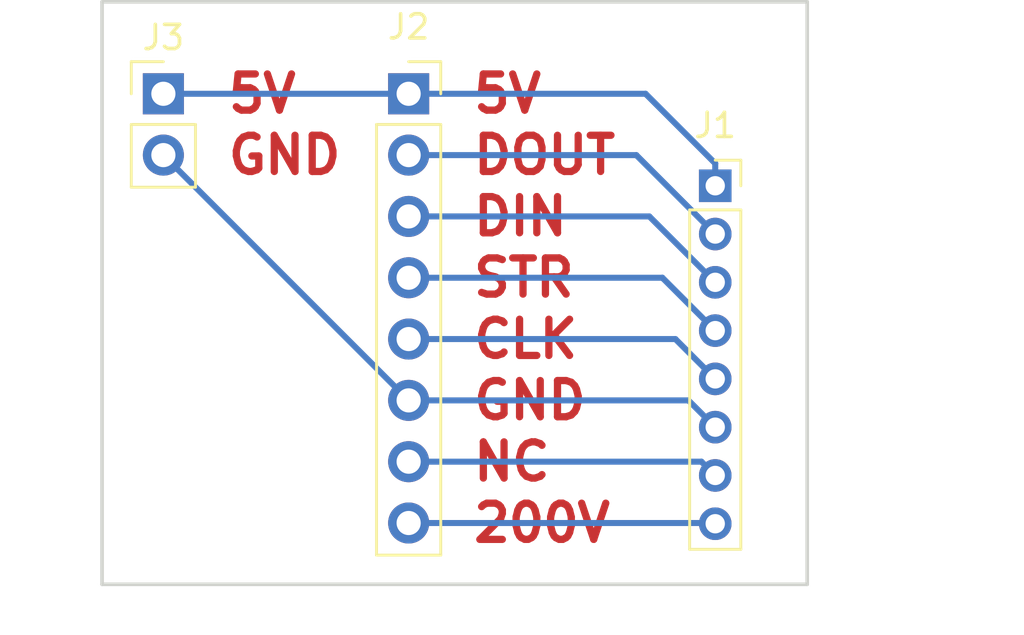
<source format=kicad_pcb>
(kicad_pcb (version 20171130) (host pcbnew "(5.0.0)")

  (general
    (thickness 1.6)
    (drawings 14)
    (tracks 19)
    (zones 0)
    (modules 3)
    (nets 9)
  )

  (page A4)
  (title_block
    (title "8 pin adapter")
    (date 2018-07-31)
    (rev 1.0)
    (comment 1 "1,27mm to 2,54mm")
  )

  (layers
    (0 F.Cu signal)
    (31 B.Cu signal)
    (32 B.Adhes user)
    (33 F.Adhes user)
    (34 B.Paste user)
    (35 F.Paste user)
    (36 B.SilkS user)
    (37 F.SilkS user)
    (38 B.Mask user)
    (39 F.Mask user)
    (40 Dwgs.User user)
    (41 Cmts.User user)
    (42 Eco1.User user)
    (43 Eco2.User user)
    (44 Edge.Cuts user)
    (45 Margin user)
    (46 B.CrtYd user)
    (47 F.CrtYd user)
    (48 B.Fab user)
    (49 F.Fab user)
  )

  (setup
    (last_trace_width 0.25)
    (trace_clearance 0.2)
    (zone_clearance 0.508)
    (zone_45_only no)
    (trace_min 0.2)
    (segment_width 0.2)
    (edge_width 0.15)
    (via_size 0.8)
    (via_drill 0.4)
    (via_min_size 0.4)
    (via_min_drill 0.3)
    (uvia_size 0.3)
    (uvia_drill 0.1)
    (uvias_allowed no)
    (uvia_min_size 0.2)
    (uvia_min_drill 0.1)
    (pcb_text_width 0.3)
    (pcb_text_size 1.5 1.5)
    (mod_edge_width 0.15)
    (mod_text_size 1 1)
    (mod_text_width 0.15)
    (pad_size 1.524 1.524)
    (pad_drill 0.762)
    (pad_to_mask_clearance 0.2)
    (aux_axis_origin 0 0)
    (visible_elements 7FFFFFFF)
    (pcbplotparams
      (layerselection 0x010fc_ffffffff)
      (usegerberextensions false)
      (usegerberattributes false)
      (usegerberadvancedattributes false)
      (creategerberjobfile false)
      (excludeedgelayer true)
      (linewidth 0.100000)
      (plotframeref false)
      (viasonmask false)
      (mode 1)
      (useauxorigin false)
      (hpglpennumber 1)
      (hpglpenspeed 20)
      (hpglpendiameter 15.000000)
      (psnegative false)
      (psa4output false)
      (plotreference true)
      (plotvalue true)
      (plotinvisibletext false)
      (padsonsilk false)
      (subtractmaskfromsilk false)
      (outputformat 1)
      (mirror false)
      (drillshape 0)
      (scaleselection 1)
      (outputdirectory "output/"))
  )

  (net 0 "")
  (net 1 /PIN1)
  (net 2 /PIN2)
  (net 3 /PIN3)
  (net 4 /PIN4)
  (net 5 /PIN5)
  (net 6 /PIN6)
  (net 7 /PIN7)
  (net 8 /PIN8)

  (net_class Default "This is the default net class."
    (clearance 0.2)
    (trace_width 0.25)
    (via_dia 0.8)
    (via_drill 0.4)
    (uvia_dia 0.3)
    (uvia_drill 0.1)
    (add_net /PIN1)
    (add_net /PIN2)
    (add_net /PIN3)
    (add_net /PIN4)
    (add_net /PIN5)
    (add_net /PIN6)
    (add_net /PIN7)
    (add_net /PIN8)
  )

  (module Connector_PinSocket_2.54mm:PinSocket_1x08_P2.54mm_Vertical (layer F.Cu) (tedit 5A19A420) (tstamp 5B6D2751)
    (at 135.89 85.09)
    (descr "Through hole straight socket strip, 1x08, 2.54mm pitch, single row (from Kicad 4.0.7), script generated")
    (tags "Through hole socket strip THT 1x08 2.54mm single row")
    (path /5B60C776)
    (fp_text reference J2 (at 0 -2.77) (layer F.SilkS)
      (effects (font (size 1 1) (thickness 0.15)))
    )
    (fp_text value Conn_01x08_Female (at 0 21.59) (layer F.Fab)
      (effects (font (size 1 1) (thickness 0.15)))
    )
    (fp_line (start -1.27 -1.27) (end 0.635 -1.27) (layer F.Fab) (width 0.1))
    (fp_line (start 0.635 -1.27) (end 1.27 -0.635) (layer F.Fab) (width 0.1))
    (fp_line (start 1.27 -0.635) (end 1.27 19.05) (layer F.Fab) (width 0.1))
    (fp_line (start 1.27 19.05) (end -1.27 19.05) (layer F.Fab) (width 0.1))
    (fp_line (start -1.27 19.05) (end -1.27 -1.27) (layer F.Fab) (width 0.1))
    (fp_line (start -1.33 1.27) (end 1.33 1.27) (layer F.SilkS) (width 0.12))
    (fp_line (start -1.33 1.27) (end -1.33 19.11) (layer F.SilkS) (width 0.12))
    (fp_line (start -1.33 19.11) (end 1.33 19.11) (layer F.SilkS) (width 0.12))
    (fp_line (start 1.33 1.27) (end 1.33 19.11) (layer F.SilkS) (width 0.12))
    (fp_line (start 1.33 -1.33) (end 1.33 0) (layer F.SilkS) (width 0.12))
    (fp_line (start 0 -1.33) (end 1.33 -1.33) (layer F.SilkS) (width 0.12))
    (fp_line (start -1.8 -1.8) (end 1.75 -1.8) (layer F.CrtYd) (width 0.05))
    (fp_line (start 1.75 -1.8) (end 1.75 19.55) (layer F.CrtYd) (width 0.05))
    (fp_line (start 1.75 19.55) (end -1.8 19.55) (layer F.CrtYd) (width 0.05))
    (fp_line (start -1.8 19.55) (end -1.8 -1.8) (layer F.CrtYd) (width 0.05))
    (fp_text user %R (at 0 8.89 90) (layer F.Fab)
      (effects (font (size 1 1) (thickness 0.15)))
    )
    (pad 1 thru_hole rect (at 0 0) (size 1.7 1.7) (drill 1) (layers *.Cu *.Mask)
      (net 1 /PIN1))
    (pad 2 thru_hole oval (at 0 2.54) (size 1.7 1.7) (drill 1) (layers *.Cu *.Mask)
      (net 2 /PIN2))
    (pad 3 thru_hole oval (at 0 5.08) (size 1.7 1.7) (drill 1) (layers *.Cu *.Mask)
      (net 3 /PIN3))
    (pad 4 thru_hole oval (at 0 7.62) (size 1.7 1.7) (drill 1) (layers *.Cu *.Mask)
      (net 4 /PIN4))
    (pad 5 thru_hole oval (at 0 10.16) (size 1.7 1.7) (drill 1) (layers *.Cu *.Mask)
      (net 5 /PIN5))
    (pad 6 thru_hole oval (at 0 12.7) (size 1.7 1.7) (drill 1) (layers *.Cu *.Mask)
      (net 6 /PIN6))
    (pad 7 thru_hole oval (at 0 15.24) (size 1.7 1.7) (drill 1) (layers *.Cu *.Mask)
      (net 7 /PIN7))
    (pad 8 thru_hole oval (at 0 17.78) (size 1.7 1.7) (drill 1) (layers *.Cu *.Mask)
      (net 8 /PIN8))
    (model ${KISYS3DMOD}/Connector_PinSocket_2.54mm.3dshapes/PinSocket_1x08_P2.54mm_Vertical.wrl
      (at (xyz 0 0 0))
      (scale (xyz 1 1 1))
      (rotate (xyz 0 0 0))
    )
  )

  (module Connector_PinHeader_2.54mm:PinHeader_1x02_P2.54mm_Vertical (layer F.Cu) (tedit 59FED5CC) (tstamp 5B6D3516)
    (at 125.73 85.09)
    (descr "Through hole straight pin header, 1x02, 2.54mm pitch, single row")
    (tags "Through hole pin header THT 1x02 2.54mm single row")
    (path /5B60DE2D)
    (fp_text reference J3 (at 0 -2.33) (layer F.SilkS)
      (effects (font (size 1 1) (thickness 0.15)))
    )
    (fp_text value Conn_01x02_Male (at 0 7.62) (layer F.Fab)
      (effects (font (size 1 1) (thickness 0.15)))
    )
    (fp_line (start -0.635 -1.27) (end 1.27 -1.27) (layer F.Fab) (width 0.1))
    (fp_line (start 1.27 -1.27) (end 1.27 3.81) (layer F.Fab) (width 0.1))
    (fp_line (start 1.27 3.81) (end -1.27 3.81) (layer F.Fab) (width 0.1))
    (fp_line (start -1.27 3.81) (end -1.27 -0.635) (layer F.Fab) (width 0.1))
    (fp_line (start -1.27 -0.635) (end -0.635 -1.27) (layer F.Fab) (width 0.1))
    (fp_line (start -1.33 3.87) (end 1.33 3.87) (layer F.SilkS) (width 0.12))
    (fp_line (start -1.33 1.27) (end -1.33 3.87) (layer F.SilkS) (width 0.12))
    (fp_line (start 1.33 1.27) (end 1.33 3.87) (layer F.SilkS) (width 0.12))
    (fp_line (start -1.33 1.27) (end 1.33 1.27) (layer F.SilkS) (width 0.12))
    (fp_line (start -1.33 0) (end -1.33 -1.33) (layer F.SilkS) (width 0.12))
    (fp_line (start -1.33 -1.33) (end 0 -1.33) (layer F.SilkS) (width 0.12))
    (fp_line (start -1.8 -1.8) (end -1.8 4.35) (layer F.CrtYd) (width 0.05))
    (fp_line (start -1.8 4.35) (end 1.8 4.35) (layer F.CrtYd) (width 0.05))
    (fp_line (start 1.8 4.35) (end 1.8 -1.8) (layer F.CrtYd) (width 0.05))
    (fp_line (start 1.8 -1.8) (end -1.8 -1.8) (layer F.CrtYd) (width 0.05))
    (fp_text user %R (at 0 1.27 90) (layer F.Fab)
      (effects (font (size 1 1) (thickness 0.15)))
    )
    (pad 1 thru_hole rect (at 0 0) (size 1.7 1.7) (drill 1) (layers *.Cu *.Mask)
      (net 1 /PIN1))
    (pad 2 thru_hole oval (at 0 2.54) (size 1.7 1.7) (drill 1) (layers *.Cu *.Mask)
      (net 6 /PIN6))
    (model ${KISYS3DMOD}/Connector_PinHeader_2.54mm.3dshapes/PinHeader_1x02_P2.54mm_Vertical.wrl
      (at (xyz 0 0 0))
      (scale (xyz 1 1 1))
      (rotate (xyz 0 0 0))
    )
  )

  (module Connector_PinSocket_2.00mm:PinSocket_1x08_P2.00mm_Vertical (layer F.Cu) (tedit 5A19A41C) (tstamp 5B8748E1)
    (at 148.59 88.9)
    (descr "Through hole straight socket strip, 1x08, 2.00mm pitch, single row (from Kicad 4.0.7), script generated")
    (tags "Through hole socket strip THT 1x08 2.00mm single row")
    (path /5B60C8C6)
    (fp_text reference J1 (at 0 -2.5) (layer F.SilkS)
      (effects (font (size 1 1) (thickness 0.15)))
    )
    (fp_text value Conn_01x08_Female (at 5.08 17.78) (layer F.Fab)
      (effects (font (size 1 1) (thickness 0.15)))
    )
    (fp_line (start -1 -1) (end 0.5 -1) (layer F.Fab) (width 0.1))
    (fp_line (start 0.5 -1) (end 1 -0.5) (layer F.Fab) (width 0.1))
    (fp_line (start 1 -0.5) (end 1 15) (layer F.Fab) (width 0.1))
    (fp_line (start 1 15) (end -1 15) (layer F.Fab) (width 0.1))
    (fp_line (start -1 15) (end -1 -1) (layer F.Fab) (width 0.1))
    (fp_line (start -1.06 1) (end 1.06 1) (layer F.SilkS) (width 0.12))
    (fp_line (start -1.06 1) (end -1.06 15.06) (layer F.SilkS) (width 0.12))
    (fp_line (start -1.06 15.06) (end 1.06 15.06) (layer F.SilkS) (width 0.12))
    (fp_line (start 1.06 1) (end 1.06 15.06) (layer F.SilkS) (width 0.12))
    (fp_line (start 1.06 -1.06) (end 1.06 0) (layer F.SilkS) (width 0.12))
    (fp_line (start 0 -1.06) (end 1.06 -1.06) (layer F.SilkS) (width 0.12))
    (fp_line (start -1.5 -1.5) (end 1.5 -1.5) (layer F.CrtYd) (width 0.05))
    (fp_line (start 1.5 -1.5) (end 1.5 15.5) (layer F.CrtYd) (width 0.05))
    (fp_line (start 1.5 15.5) (end -1.5 15.5) (layer F.CrtYd) (width 0.05))
    (fp_line (start -1.5 15.5) (end -1.5 -1.5) (layer F.CrtYd) (width 0.05))
    (fp_text user %R (at 0 7 90) (layer F.Fab)
      (effects (font (size 1 1) (thickness 0.15)))
    )
    (pad 1 thru_hole rect (at 0 0) (size 1.35 1.35) (drill 0.8) (layers *.Cu *.Mask)
      (net 1 /PIN1))
    (pad 2 thru_hole oval (at 0 2) (size 1.35 1.35) (drill 0.8) (layers *.Cu *.Mask)
      (net 2 /PIN2))
    (pad 3 thru_hole oval (at 0 4) (size 1.35 1.35) (drill 0.8) (layers *.Cu *.Mask)
      (net 3 /PIN3))
    (pad 4 thru_hole oval (at 0 6) (size 1.35 1.35) (drill 0.8) (layers *.Cu *.Mask)
      (net 4 /PIN4))
    (pad 5 thru_hole oval (at 0 8) (size 1.35 1.35) (drill 0.8) (layers *.Cu *.Mask)
      (net 5 /PIN5))
    (pad 6 thru_hole oval (at 0 10) (size 1.35 1.35) (drill 0.8) (layers *.Cu *.Mask)
      (net 6 /PIN6))
    (pad 7 thru_hole oval (at 0 12) (size 1.35 1.35) (drill 0.8) (layers *.Cu *.Mask)
      (net 7 /PIN7))
    (pad 8 thru_hole oval (at 0 14) (size 1.35 1.35) (drill 0.8) (layers *.Cu *.Mask)
      (net 8 /PIN8))
    (model ${KISYS3DMOD}/Connector_PinSocket_2.00mm.3dshapes/PinSocket_1x08_P2.00mm_Vertical.wrl
      (at (xyz 0 0 0))
      (scale (xyz 1 1 1))
      (rotate (xyz 0 0 0))
    )
  )

  (gr_text STR (at 138.43 92.71) (layer F.Cu)
    (effects (font (size 1.5 1.5) (thickness 0.3)) (justify left))
  )
  (gr_text GND (at 128.27 87.63) (layer F.Cu) (tstamp 5B6D319B)
    (effects (font (size 1.5 1.5) (thickness 0.3)) (justify left))
  )
  (gr_text 5V (at 128.27 85.09) (layer F.Cu) (tstamp 5B6D3198)
    (effects (font (size 1.5 1.5) (thickness 0.3)) (justify left))
  )
  (gr_text 5V (at 138.43 85.09) (layer F.Cu)
    (effects (font (size 1.5 1.5) (thickness 0.3)) (justify left))
  )
  (gr_text DOUT (at 138.43 87.63) (layer F.Cu)
    (effects (font (size 1.5 1.5) (thickness 0.3)) (justify left))
  )
  (gr_text DIN (at 138.43 90.17) (layer F.Cu)
    (effects (font (size 1.5 1.5) (thickness 0.3)) (justify left))
  )
  (gr_text CLK (at 138.43 95.25) (layer F.Cu)
    (effects (font (size 1.5 1.5) (thickness 0.3)) (justify left))
  )
  (gr_text GND (at 138.43 97.79) (layer F.Cu)
    (effects (font (size 1.5 1.5) (thickness 0.3)) (justify left))
  )
  (gr_text NC (at 138.43 100.33) (layer F.Cu)
    (effects (font (size 1.5 1.5) (thickness 0.3)) (justify left))
  )
  (gr_text 200V (at 138.43 102.87) (layer F.Cu)
    (effects (font (size 1.5 1.5) (thickness 0.3)) (justify left))
  )
  (gr_line (start 152.4 81.28) (end 123.19 81.28) (layer Edge.Cuts) (width 0.15))
  (gr_line (start 152.4 105.41) (end 152.4 81.28) (layer Edge.Cuts) (width 0.15))
  (gr_line (start 123.19 105.41) (end 152.4 105.41) (layer Edge.Cuts) (width 0.15))
  (gr_line (start 123.19 81.28) (end 123.19 105.41) (layer Edge.Cuts) (width 0.15))

  (segment (start 125.73 85.09) (end 135.89 85.09) (width 0.25) (layer B.Cu) (net 1))
  (segment (start 148.59 87.975) (end 148.59 88.9) (width 0.25) (layer B.Cu) (net 1))
  (segment (start 145.705 85.09) (end 148.59 87.975) (width 0.25) (layer B.Cu) (net 1))
  (segment (start 135.89 85.09) (end 145.705 85.09) (width 0.25) (layer B.Cu) (net 1))
  (segment (start 145.32 87.63) (end 148.59 90.9) (width 0.25) (layer B.Cu) (net 2))
  (segment (start 135.89 87.63) (end 145.32 87.63) (width 0.25) (layer B.Cu) (net 2))
  (segment (start 145.86 90.17) (end 148.59 92.9) (width 0.25) (layer B.Cu) (net 3))
  (segment (start 135.89 90.17) (end 145.86 90.17) (width 0.25) (layer B.Cu) (net 3))
  (segment (start 146.4 92.71) (end 148.59 94.9) (width 0.25) (layer B.Cu) (net 4))
  (segment (start 135.89 92.71) (end 146.4 92.71) (width 0.25) (layer B.Cu) (net 4))
  (segment (start 146.94 95.25) (end 148.59 96.9) (width 0.25) (layer B.Cu) (net 5))
  (segment (start 135.89 95.25) (end 146.94 95.25) (width 0.25) (layer B.Cu) (net 5))
  (segment (start 125.73 87.63) (end 135.89 97.79) (width 0.25) (layer B.Cu) (net 6))
  (segment (start 147.48 97.79) (end 148.59 98.9) (width 0.25) (layer B.Cu) (net 6))
  (segment (start 135.89 97.79) (end 147.48 97.79) (width 0.25) (layer B.Cu) (net 6))
  (segment (start 148.02 100.33) (end 148.59 100.9) (width 0.25) (layer B.Cu) (net 7))
  (segment (start 135.89 100.33) (end 148.02 100.33) (width 0.25) (layer B.Cu) (net 7))
  (segment (start 148.56 102.87) (end 148.59 102.9) (width 0.25) (layer B.Cu) (net 8))
  (segment (start 135.89 102.87) (end 148.56 102.87) (width 0.25) (layer B.Cu) (net 8))

)

</source>
